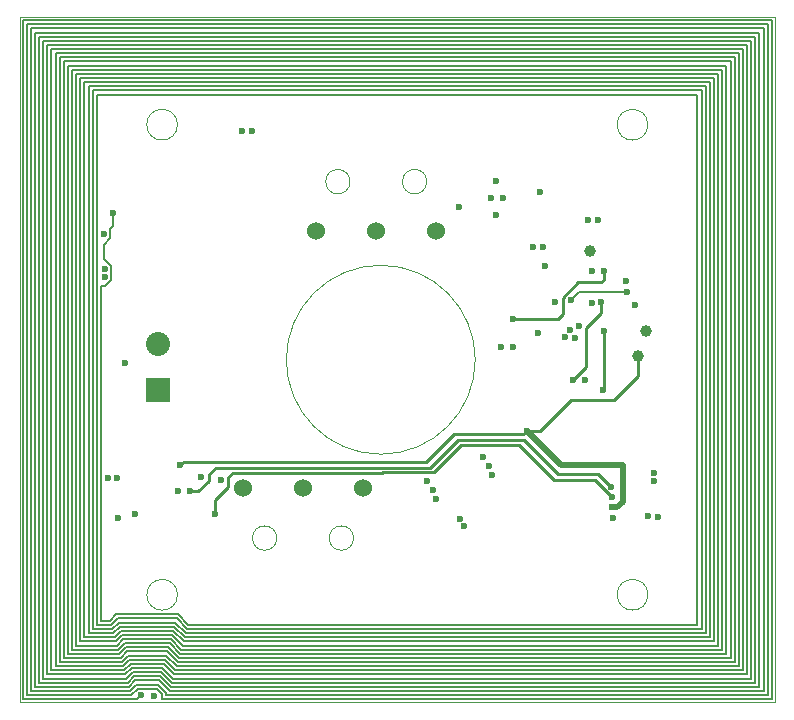
<source format=gbr>
%TF.GenerationSoftware,KiCad,Pcbnew,5.0.2-bee76a0~70~ubuntu18.04.1*%
%TF.CreationDate,2020-02-29T17:25:56-08:00*%
%TF.ProjectId,ypanel,7970616e-656c-42e6-9b69-6361645f7063,rev?*%
%TF.SameCoordinates,Original*%
%TF.FileFunction,Copper,L2,Inr*%
%TF.FilePolarity,Positive*%
%FSLAX46Y46*%
G04 Gerber Fmt 4.6, Leading zero omitted, Abs format (unit mm)*
G04 Created by KiCad (PCBNEW 5.0.2-bee76a0~70~ubuntu18.04.1) date Sat 29 Feb 2020 05:25:56 PM PST*
%MOMM*%
%LPD*%
G01*
G04 APERTURE LIST*
%ADD10C,0.100000*%
%ADD11C,0.050000*%
%ADD12C,2.032000*%
%ADD13R,2.032000X2.032000*%
%ADD14C,1.000000*%
%ADD15C,1.524000*%
%ADD16C,0.600000*%
%ADD17C,0.240000*%
%ADD18C,0.480000*%
%ADD19C,0.190000*%
%ADD20C,0.160000*%
G04 APERTURE END LIST*
D10*
X151587000Y-99000001D02*
G75*
G03X151587000Y-99000001I-8000000J0D01*
G01*
X134779564Y-114100000D02*
G75*
G03X134779564Y-114100000I-1029564J0D01*
G01*
X141279564Y-114100000D02*
G75*
G03X141279564Y-114100000I-1029564J0D01*
G01*
X126375000Y-118900000D02*
G75*
G03X126375000Y-118900000I-1300000J0D01*
G01*
X140979564Y-83920436D02*
G75*
G03X140979564Y-83920436I-1029564J0D01*
G01*
X147479564Y-83920436D02*
G75*
G03X147479564Y-83920436I-1029564J0D01*
G01*
X176975000Y-70000000D02*
X176975000Y-128000000D01*
X166200000Y-118900000D02*
G75*
G03X166200000Y-118900000I-1300000J0D01*
G01*
D11*
X126372800Y-79100000D02*
G75*
G03X126372800Y-79100000I-1300000J0D01*
G01*
D10*
X166195000Y-79102480D02*
G75*
G03X166195000Y-79102480I-1300000J0D01*
G01*
X176975000Y-70000000D02*
X113000000Y-70000000D01*
X113000000Y-128000000D02*
X176975000Y-128000000D01*
X113000000Y-70000000D02*
X113000000Y-128000000D01*
D12*
X124764800Y-97691060D03*
D13*
X124764800Y-101546660D03*
D14*
X161267720Y-89773460D03*
X166000000Y-96550000D03*
X165350000Y-98650000D03*
D15*
X142080000Y-109900000D03*
X137000000Y-109900000D03*
X131920000Y-109900000D03*
X148300000Y-88100000D03*
X143200000Y-88100000D03*
X138100000Y-88100000D03*
D16*
X150197820Y-86072980D03*
X159634500Y-96507000D03*
X160900000Y-100750000D03*
X160350000Y-96150000D03*
X159200000Y-97050000D03*
X160050000Y-97150000D03*
X158295807Y-94129012D03*
X163220400Y-112369600D03*
X161450000Y-94200000D03*
X150650000Y-113100000D03*
X150300000Y-112450000D03*
X161450000Y-91500000D03*
X165100000Y-94350000D03*
X164350000Y-92300000D03*
X154750000Y-97900000D03*
X153750000Y-97950000D03*
X121900000Y-99250000D03*
X128400000Y-108900000D03*
X130050000Y-109150000D03*
X122800000Y-112050000D03*
X131800000Y-79600000D03*
X132650000Y-79600000D03*
X120200000Y-91300000D03*
X120200000Y-92000000D03*
X120500000Y-109000000D03*
X121250000Y-109000000D03*
X152250000Y-107250000D03*
X152750000Y-108000000D03*
X153000000Y-108750000D03*
X147500000Y-109250000D03*
X148000000Y-110000000D03*
X148250000Y-110750000D03*
X159850000Y-100750000D03*
X162250000Y-94150000D03*
X157483120Y-91084100D03*
X163200000Y-111500000D03*
X126450000Y-110150000D03*
X155950000Y-105000000D03*
X126600000Y-107950000D03*
X157050000Y-84800000D03*
X156876844Y-96740660D03*
X162450000Y-91500000D03*
X154750000Y-95550000D03*
X163200000Y-110650000D03*
X129550000Y-112050000D03*
X127400000Y-110150000D03*
X163100000Y-109750000D03*
X166200000Y-112250000D03*
X153340597Y-83865157D03*
X161100000Y-87150000D03*
X166700000Y-109300000D03*
X161950000Y-87150000D03*
X166700000Y-108550000D03*
X167100000Y-112300000D03*
X153339000Y-86767200D03*
X124400000Y-127450000D03*
X123250000Y-127400000D03*
X121300000Y-112395000D03*
X120142000Y-88392000D03*
X120950000Y-86550000D03*
X152894500Y-85332100D03*
X153897800Y-85332100D03*
X162450000Y-96600000D03*
X162400000Y-101550000D03*
X159670844Y-93971156D03*
X164400000Y-93250000D03*
X157361200Y-89420400D03*
X156497600Y-89420400D03*
D17*
X162250000Y-95059562D02*
X161000000Y-96309562D01*
X162250000Y-94150000D02*
X162250000Y-95059562D01*
X161000000Y-99600000D02*
X159850000Y-100750000D01*
X161000000Y-96309562D02*
X161000000Y-99600000D01*
X155650001Y-105299999D02*
X149800001Y-105299999D01*
X155950000Y-105000000D02*
X155650001Y-105299999D01*
X149800001Y-105299999D02*
X147450000Y-107650000D01*
X147450000Y-107650000D02*
X126900000Y-107650000D01*
X126900000Y-107650000D02*
X126600000Y-107950000D01*
X157050000Y-105000000D02*
X155950000Y-105000000D01*
X159650000Y-102400000D02*
X157050000Y-105000000D01*
X165350000Y-98650000D02*
X165350000Y-100400000D01*
X163350000Y-102400000D02*
X159650000Y-102400000D01*
X165350000Y-100400000D02*
X163350000Y-102400000D01*
D18*
X163624264Y-111500000D02*
X164100000Y-111024264D01*
X163200000Y-111500000D02*
X163624264Y-111500000D01*
X164100000Y-111024264D02*
X164100000Y-107900000D01*
X158850000Y-107900000D02*
X155950000Y-105000000D01*
X164100000Y-107900000D02*
X158850000Y-107900000D01*
D17*
X154750000Y-95550000D02*
X158600000Y-95550000D01*
X158600000Y-95550000D02*
X159000000Y-95150000D01*
X159000000Y-95150000D02*
X159000000Y-93750000D01*
X159000000Y-93750000D02*
X160300000Y-92450000D01*
X160300000Y-92450000D02*
X162250000Y-92450000D01*
X162450000Y-92250000D02*
X162450000Y-91500000D01*
X162250000Y-92450000D02*
X162450000Y-92250000D01*
X129550000Y-112050000D02*
X129550000Y-110850000D01*
X129550000Y-110850000D02*
X130650000Y-109750000D01*
X130650000Y-109750000D02*
X130650000Y-108950000D01*
X130650000Y-108950000D02*
X131050000Y-108550000D01*
X143732990Y-108517010D02*
X148132990Y-108517010D01*
X131050000Y-108550000D02*
X143700000Y-108550000D01*
X143700000Y-108550000D02*
X143732990Y-108517010D01*
X148132990Y-108517010D02*
X150400000Y-106250000D01*
X150400000Y-106250000D02*
X155300000Y-106250000D01*
X155300000Y-106250000D02*
X158250000Y-109200000D01*
X161750000Y-109200000D02*
X163200000Y-110650000D01*
X158250000Y-109200000D02*
X161750000Y-109200000D01*
X127400000Y-110150000D02*
X128150000Y-110150000D01*
X128150000Y-110150000D02*
X129050000Y-109250000D01*
X129050000Y-109250000D02*
X129050000Y-108700000D01*
X129050000Y-108700000D02*
X129600000Y-108150000D01*
X129600000Y-108150000D02*
X147750000Y-108150000D01*
X147750000Y-108150000D02*
X150100000Y-105800000D01*
X150100000Y-105800000D02*
X155700000Y-105800000D01*
X155700000Y-105800000D02*
X158550000Y-108650000D01*
X158550000Y-108650000D02*
X162000000Y-108650000D01*
X162000000Y-108650000D02*
X163100000Y-109750000D01*
D19*
X122800000Y-127727990D02*
X122800000Y-127722562D01*
X122922010Y-127727990D02*
X123250000Y-127400000D01*
X122800000Y-127727990D02*
X122922010Y-127727990D01*
X122200000Y-124050000D02*
X121650000Y-124600000D01*
X125400000Y-124050000D02*
X122200000Y-124050000D01*
X173900000Y-73050000D02*
X173900000Y-124950000D01*
X116400000Y-124600000D02*
X116400000Y-73400000D01*
X121650000Y-124600000D02*
X116400000Y-124600000D01*
X116050000Y-73050000D02*
X120450000Y-73050000D01*
X121750000Y-124950000D02*
X116050000Y-124950000D01*
X122300000Y-124400000D02*
X121750000Y-124950000D01*
X126200000Y-125300000D02*
X125300000Y-124400000D01*
X174250000Y-125300000D02*
X126200000Y-125300000D01*
X174250000Y-72700000D02*
X174250000Y-125300000D01*
X126300000Y-124950000D02*
X125400000Y-124050000D01*
X125300000Y-124400000D02*
X122300000Y-124400000D01*
X173900000Y-124950000D02*
X126300000Y-124950000D01*
X116050000Y-124950000D02*
X116050000Y-73050000D01*
X175300000Y-126350000D02*
X125900000Y-126350000D01*
X175300000Y-71650000D02*
X175300000Y-126350000D01*
X122150000Y-126350000D02*
X114650000Y-126350000D01*
X122700000Y-125800000D02*
X122150000Y-126350000D01*
X124900000Y-125800000D02*
X122700000Y-125800000D01*
X115000000Y-126000000D02*
X115000000Y-72000000D01*
X175650000Y-126700000D02*
X125800000Y-126700000D01*
X113600000Y-70600000D02*
X176350000Y-70600000D01*
X114300000Y-126700000D02*
X114300000Y-71300000D01*
X122050000Y-126000000D02*
X115000000Y-126000000D01*
X122250000Y-126700000D02*
X114300000Y-126700000D01*
X122800000Y-126150000D02*
X122250000Y-126700000D01*
X122600000Y-125450000D02*
X122050000Y-126000000D01*
X124800000Y-126150000D02*
X122800000Y-126150000D01*
X125700000Y-127050000D02*
X124800000Y-126150000D01*
X176000000Y-127050000D02*
X125700000Y-127050000D01*
X176700000Y-126800000D02*
X176702990Y-126802990D01*
X176000000Y-70950000D02*
X176000000Y-127050000D01*
X122900000Y-126500000D02*
X122350000Y-127050000D01*
X113950000Y-70950000D02*
X176000000Y-70950000D01*
X176702990Y-127697010D02*
X176652990Y-127697010D01*
X113950000Y-127050000D02*
X113950000Y-70950000D01*
X113600000Y-127400000D02*
X113600000Y-70600000D01*
X176702990Y-126802990D02*
X176702990Y-127697010D01*
X176652990Y-127697010D02*
X176622010Y-127727990D01*
X125000000Y-125450000D02*
X122600000Y-125450000D01*
X124700000Y-126500000D02*
X122900000Y-126500000D01*
X125400000Y-127200000D02*
X124700000Y-126500000D01*
X125050000Y-127727990D02*
X125050000Y-127300000D01*
X125400000Y-127400000D02*
X125400000Y-127200000D01*
X176350000Y-127400000D02*
X125400000Y-127400000D01*
X125900000Y-126350000D02*
X125000000Y-125450000D01*
X176350000Y-70600000D02*
X176350000Y-127400000D01*
X122350000Y-127050000D02*
X113950000Y-127050000D01*
X123000000Y-126850000D02*
X122450000Y-127400000D01*
X124600000Y-126850000D02*
X123000000Y-126850000D01*
X125050000Y-127300000D02*
X124600000Y-126850000D01*
X176622010Y-127727990D02*
X125050000Y-127727990D01*
X122450000Y-127400000D02*
X113600000Y-127400000D01*
X113272010Y-70272010D02*
X176700000Y-70272010D01*
X176700000Y-70272010D02*
X176700000Y-126800000D01*
X125800000Y-126700000D02*
X124900000Y-125800000D01*
X114650000Y-71650000D02*
X175300000Y-71650000D01*
X114650000Y-126350000D02*
X114650000Y-71650000D01*
X175650000Y-71300000D02*
X175650000Y-126700000D01*
X114300000Y-71300000D02*
X175650000Y-71300000D01*
X113272010Y-127727990D02*
X113272010Y-70272010D01*
X122800000Y-127727990D02*
X113272010Y-127727990D01*
X121450000Y-72000000D02*
X121500000Y-72000000D01*
X115000000Y-72000000D02*
X121450000Y-72000000D01*
X121850000Y-125300000D02*
X115700000Y-125300000D01*
X122400000Y-124750000D02*
X121850000Y-125300000D01*
X125200000Y-124750000D02*
X122400000Y-124750000D01*
X174600000Y-72350000D02*
X174600000Y-125650000D01*
X126000000Y-126000000D02*
X125100000Y-125100000D01*
X115350000Y-72350000D02*
X174600000Y-72350000D01*
X115700000Y-125300000D02*
X115700000Y-72700000D01*
X126100000Y-125650000D02*
X125200000Y-124750000D01*
X121950000Y-125650000D02*
X115350000Y-125650000D01*
X115350000Y-125650000D02*
X115350000Y-72350000D01*
X121450000Y-72000000D02*
X174950000Y-72000000D01*
X125100000Y-125100000D02*
X122500000Y-125100000D01*
X174950000Y-126000000D02*
X126000000Y-126000000D01*
X174950000Y-72000000D02*
X174950000Y-126000000D01*
X174600000Y-125650000D02*
X126100000Y-125650000D01*
X122500000Y-125100000D02*
X121950000Y-125650000D01*
X129350000Y-72700000D02*
X120650000Y-72700000D01*
X120650000Y-72700000D02*
X120800000Y-72700000D01*
X129200000Y-72700000D02*
X129350000Y-72700000D01*
X115700000Y-72700000D02*
X120650000Y-72700000D01*
X129350000Y-72700000D02*
X174250000Y-72700000D01*
X129650000Y-73050000D02*
X173900000Y-73050000D01*
X120450000Y-73050000D02*
X129650000Y-73050000D01*
X129550000Y-73050000D02*
X129650000Y-73050000D01*
X119450000Y-73400000D02*
X120100000Y-73400000D01*
X116400000Y-73400000D02*
X119450000Y-73400000D01*
X120722001Y-92250561D02*
X120722001Y-91049439D01*
X120650000Y-121100000D02*
X119900000Y-121100000D01*
X121200000Y-120550000D02*
X120650000Y-121100000D01*
X126400000Y-120550000D02*
X121200000Y-120550000D01*
X119900000Y-92750000D02*
X120222562Y-92750000D01*
X127300000Y-121450000D02*
X126400000Y-120550000D01*
X119550000Y-76550000D02*
X170400000Y-76550000D01*
X119550000Y-121450000D02*
X119550000Y-76550000D01*
X120222562Y-92750000D02*
X120722001Y-92250561D01*
X120750000Y-121450000D02*
X119550000Y-121450000D01*
X126300000Y-120900000D02*
X121300000Y-120900000D01*
X170750000Y-121800000D02*
X127200000Y-121800000D01*
X119200000Y-76200000D02*
X170750000Y-76200000D01*
X121400000Y-121250000D02*
X120850000Y-121800000D01*
X126200000Y-121250000D02*
X121400000Y-121250000D01*
X119900000Y-121100000D02*
X119900000Y-92750000D01*
X170750000Y-76200000D02*
X170750000Y-121800000D01*
X127100000Y-122150000D02*
X126200000Y-121250000D01*
X121500000Y-121600000D02*
X120950000Y-122150000D01*
X120142000Y-89258000D02*
X120700000Y-88700000D01*
X126100000Y-121600000D02*
X121500000Y-121600000D01*
X127000000Y-122500000D02*
X126100000Y-121600000D01*
X171450000Y-122500000D02*
X127000000Y-122500000D01*
X171450000Y-75500000D02*
X171450000Y-122500000D01*
X118500000Y-75500000D02*
X171450000Y-75500000D01*
X118500000Y-122500000D02*
X118500000Y-75500000D01*
X171800000Y-122850000D02*
X126900000Y-122850000D01*
X171800000Y-75150000D02*
X171800000Y-122850000D01*
X121150000Y-122850000D02*
X118150000Y-122850000D01*
X172150000Y-123200000D02*
X126800000Y-123200000D01*
X117450000Y-74450000D02*
X172500000Y-74450000D01*
X126000000Y-121950000D02*
X121600000Y-121950000D01*
X172150000Y-74800000D02*
X172150000Y-123200000D01*
X125800000Y-122650000D02*
X121800000Y-122650000D01*
X121700000Y-122300000D02*
X121150000Y-122850000D01*
X170400000Y-76550000D02*
X170400000Y-121450000D01*
X172500000Y-123550000D02*
X126700000Y-123550000D01*
X172500000Y-74450000D02*
X172500000Y-123550000D01*
X117450000Y-123550000D02*
X117450000Y-74450000D01*
X126600000Y-123900000D02*
X125700000Y-123000000D01*
X173200000Y-124250000D02*
X126500000Y-124250000D01*
X117800000Y-74800000D02*
X172150000Y-74800000D01*
X121350000Y-123550000D02*
X117450000Y-123550000D01*
X171100000Y-75850000D02*
X171100000Y-122150000D01*
X125500000Y-123700000D02*
X122100000Y-123700000D01*
X172850000Y-123900000D02*
X126600000Y-123900000D01*
X170400000Y-121450000D02*
X127300000Y-121450000D01*
X125700000Y-123000000D02*
X121900000Y-123000000D01*
X121600000Y-121950000D02*
X121050000Y-122500000D01*
X117100000Y-74100000D02*
X172850000Y-74100000D01*
X127200000Y-121800000D02*
X126300000Y-120900000D01*
X116750000Y-73750000D02*
X173200000Y-73750000D01*
X121550000Y-124250000D02*
X116750000Y-124250000D01*
X117100000Y-123900000D02*
X117100000Y-74100000D01*
X119200000Y-121800000D02*
X119200000Y-76200000D01*
X118850000Y-75850000D02*
X171100000Y-75850000D01*
X172850000Y-74100000D02*
X172850000Y-123900000D01*
X118150000Y-122850000D02*
X118150000Y-75150000D01*
X121450000Y-123900000D02*
X117100000Y-123900000D01*
X120950000Y-122150000D02*
X118850000Y-122150000D01*
X126800000Y-123200000D02*
X125900000Y-122300000D01*
X171100000Y-122150000D02*
X127100000Y-122150000D01*
X122100000Y-123700000D02*
X121550000Y-124250000D01*
X125600000Y-123350000D02*
X122000000Y-123350000D01*
X121250000Y-123200000D02*
X117800000Y-123200000D01*
X121300000Y-120900000D02*
X120750000Y-121450000D01*
X173550000Y-73400000D02*
X173550000Y-124600000D01*
X118150000Y-75150000D02*
X171800000Y-75150000D01*
X173200000Y-73750000D02*
X173200000Y-124250000D01*
X125900000Y-122300000D02*
X121700000Y-122300000D01*
X119450000Y-73400000D02*
X173550000Y-73400000D01*
X126400000Y-124600000D02*
X125500000Y-123700000D01*
X126500000Y-124250000D02*
X125600000Y-123350000D01*
X118850000Y-122150000D02*
X118850000Y-75850000D01*
X122000000Y-123350000D02*
X121450000Y-123900000D01*
X126900000Y-122850000D02*
X126000000Y-121950000D01*
X116750000Y-124250000D02*
X116750000Y-73750000D01*
X117800000Y-123200000D02*
X117800000Y-74800000D01*
X173550000Y-124600000D02*
X126400000Y-124600000D01*
X120850000Y-121800000D02*
X119200000Y-121800000D01*
X126700000Y-123550000D02*
X125800000Y-122650000D01*
X120700000Y-88700000D02*
X120700000Y-87934000D01*
X120142000Y-90508000D02*
X120142000Y-89258000D01*
X121900000Y-123000000D02*
X121350000Y-123550000D01*
X121800000Y-122650000D02*
X121250000Y-123200000D01*
X120722001Y-91049439D02*
X120422562Y-90750000D01*
X121050000Y-122500000D02*
X118500000Y-122500000D01*
X120384000Y-90750000D02*
X120142000Y-90508000D01*
X120422562Y-90750000D02*
X120384000Y-90750000D01*
X120950000Y-87684000D02*
X120950000Y-86550000D01*
X120700000Y-87934000D02*
X120950000Y-87684000D01*
D17*
X162450000Y-101500000D02*
X162400000Y-101550000D01*
X162450000Y-96600000D02*
X162450000Y-101500000D01*
D20*
X160392000Y-93250000D02*
X164400000Y-93250000D01*
X159670844Y-93971156D02*
X160392000Y-93250000D01*
M02*

</source>
